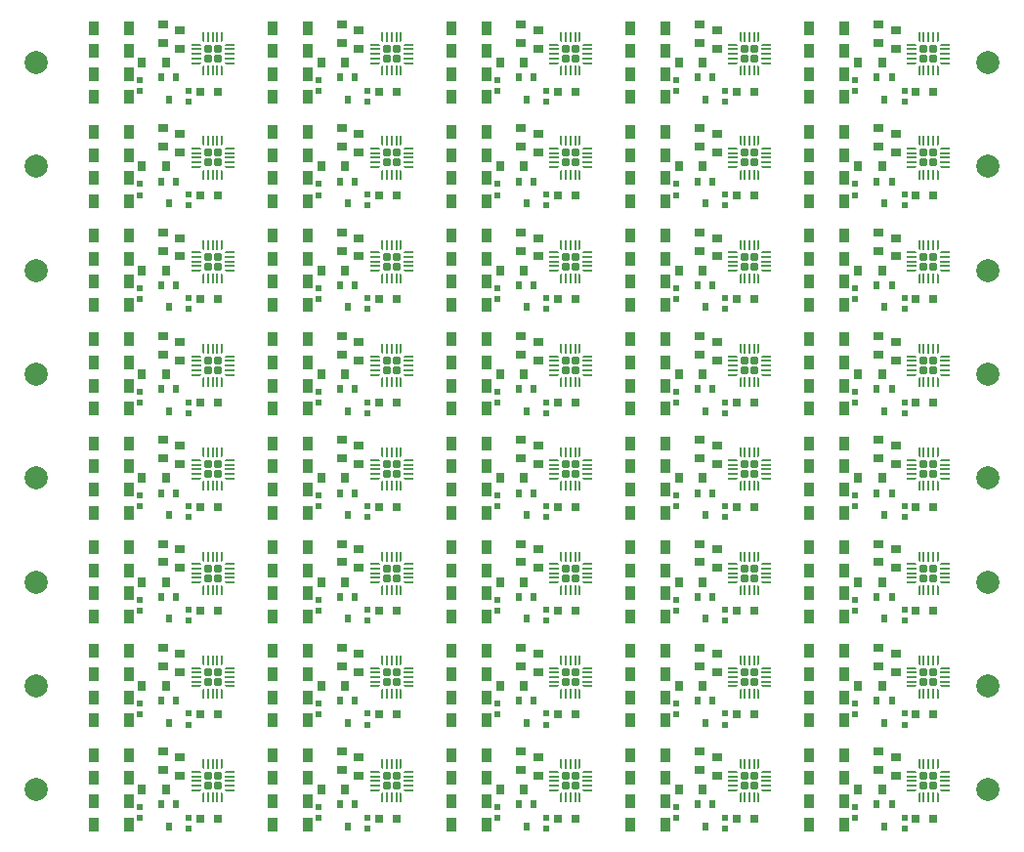
<source format=gbp>
G04 #@! TF.GenerationSoftware,KiCad,Pcbnew,(6.0.7)*
G04 #@! TF.CreationDate,2022-09-01T13:19:57+09:00*
G04 #@! TF.ProjectId,switchdecoder3,73776974-6368-4646-9563-6f646572332e,rev?*
G04 #@! TF.SameCoordinates,Original*
G04 #@! TF.FileFunction,Paste,Bot*
G04 #@! TF.FilePolarity,Positive*
%FSLAX46Y46*%
G04 Gerber Fmt 4.6, Leading zero omitted, Abs format (unit mm)*
G04 Created by KiCad (PCBNEW (6.0.7)) date 2022-09-01 13:19:57*
%MOMM*%
%LPD*%
G01*
G04 APERTURE LIST*
G04 Aperture macros list*
%AMRoundRect*
0 Rectangle with rounded corners*
0 $1 Rounding radius*
0 $2 $3 $4 $5 $6 $7 $8 $9 X,Y pos of 4 corners*
0 Add a 4 corners polygon primitive as box body*
4,1,4,$2,$3,$4,$5,$6,$7,$8,$9,$2,$3,0*
0 Add four circle primitives for the rounded corners*
1,1,$1+$1,$2,$3*
1,1,$1+$1,$4,$5*
1,1,$1+$1,$6,$7*
1,1,$1+$1,$8,$9*
0 Add four rect primitives between the rounded corners*
20,1,$1+$1,$2,$3,$4,$5,0*
20,1,$1+$1,$4,$5,$6,$7,0*
20,1,$1+$1,$6,$7,$8,$9,0*
20,1,$1+$1,$8,$9,$2,$3,0*%
%AMFreePoly0*
4,1,14,0.385355,0.085355,0.400000,0.050000,0.400000,0.000711,0.385355,-0.034644,0.334644,-0.085355,0.299289,-0.100000,-0.350000,-0.100000,-0.385355,-0.085355,-0.400000,-0.050000,-0.400000,0.050000,-0.385355,0.085355,-0.350000,0.100000,0.350000,0.100000,0.385355,0.085355,0.385355,0.085355,$1*%
%AMFreePoly1*
4,1,14,0.334644,0.085355,0.385355,0.034644,0.400000,-0.000711,0.400000,-0.050000,0.385355,-0.085355,0.350000,-0.100000,-0.350000,-0.100000,-0.385355,-0.085355,-0.400000,-0.050000,-0.400000,0.050000,-0.385355,0.085355,-0.350000,0.100000,0.299289,0.100000,0.334644,0.085355,0.334644,0.085355,$1*%
%AMFreePoly2*
4,1,14,0.085355,0.385355,0.100000,0.350000,0.100000,-0.350000,0.085355,-0.385355,0.050000,-0.400000,0.000711,-0.400000,-0.034644,-0.385355,-0.085355,-0.334644,-0.100000,-0.299289,-0.100000,0.350000,-0.085355,0.385355,-0.050000,0.400000,0.050000,0.400000,0.085355,0.385355,0.085355,0.385355,$1*%
%AMFreePoly3*
4,1,14,0.085355,0.385355,0.100000,0.350000,0.100000,-0.299289,0.085355,-0.334644,0.034644,-0.385355,-0.000711,-0.400000,-0.050000,-0.400000,-0.085355,-0.385355,-0.100000,-0.350000,-0.100000,0.350000,-0.085355,0.385355,-0.050000,0.400000,0.050000,0.400000,0.085355,0.385355,0.085355,0.385355,$1*%
%AMFreePoly4*
4,1,14,0.385355,0.085355,0.400000,0.050000,0.400000,-0.050000,0.385355,-0.085355,0.350000,-0.100000,-0.350000,-0.100000,-0.385355,-0.085355,-0.400000,-0.050000,-0.400000,-0.000711,-0.385355,0.034644,-0.334644,0.085355,-0.299289,0.100000,0.350000,0.100000,0.385355,0.085355,0.385355,0.085355,$1*%
%AMFreePoly5*
4,1,14,0.385355,0.085355,0.400000,0.050000,0.400000,-0.050000,0.385355,-0.085355,0.350000,-0.100000,-0.299289,-0.100000,-0.334644,-0.085355,-0.385355,-0.034644,-0.400000,0.000711,-0.400000,0.050000,-0.385355,0.085355,-0.350000,0.100000,0.350000,0.100000,0.385355,0.085355,0.385355,0.085355,$1*%
%AMFreePoly6*
4,1,14,0.034644,0.385355,0.085355,0.334644,0.100000,0.299289,0.100000,-0.350000,0.085355,-0.385355,0.050000,-0.400000,-0.050000,-0.400000,-0.085355,-0.385355,-0.100000,-0.350000,-0.100000,0.350000,-0.085355,0.385355,-0.050000,0.400000,-0.000711,0.400000,0.034644,0.385355,0.034644,0.385355,$1*%
%AMFreePoly7*
4,1,14,0.085355,0.385355,0.100000,0.350000,0.100000,-0.350000,0.085355,-0.385355,0.050000,-0.400000,-0.050000,-0.400000,-0.085355,-0.385355,-0.100000,-0.350000,-0.100000,0.299289,-0.085355,0.334644,-0.034644,0.385355,0.000711,0.400000,0.050000,0.400000,0.085355,0.385355,0.085355,0.385355,$1*%
G04 Aperture macros list end*
%ADD10C,2.000000*%
%ADD11RoundRect,0.172500X0.172500X-0.172500X0.172500X0.172500X-0.172500X0.172500X-0.172500X-0.172500X0*%
%ADD12FreePoly0,90.000000*%
%ADD13RoundRect,0.050000X0.050000X-0.350000X0.050000X0.350000X-0.050000X0.350000X-0.050000X-0.350000X0*%
%ADD14FreePoly1,90.000000*%
%ADD15FreePoly2,90.000000*%
%ADD16RoundRect,0.050000X0.350000X-0.050000X0.350000X0.050000X-0.350000X0.050000X-0.350000X-0.050000X0*%
%ADD17FreePoly3,90.000000*%
%ADD18FreePoly4,90.000000*%
%ADD19FreePoly5,90.000000*%
%ADD20FreePoly6,90.000000*%
%ADD21FreePoly7,90.000000*%
%ADD22R,0.500000X0.550000*%
%ADD23R,0.900000X0.700000*%
%ADD24R,0.800000X0.900000*%
%ADD25R,0.850000X1.200000*%
%ADD26R,0.800000X0.800000*%
%ADD27R,0.500000X0.800000*%
G04 APERTURE END LIST*
D10*
X85000000Y13500000D03*
X85000000Y13500000D03*
X85000000Y67500000D03*
X85000000Y67500000D03*
X85000000Y22500000D03*
X85000000Y22500000D03*
X2500000Y49500000D03*
X2500000Y58500000D03*
X2500000Y58500000D03*
X85000000Y31500000D03*
X85000000Y31500000D03*
X85000000Y4500000D03*
X85000000Y4500000D03*
X2500000Y13500000D03*
X85000000Y58500000D03*
X85000000Y58500000D03*
X2500000Y22500000D03*
X85000000Y40500000D03*
X85000000Y40500000D03*
X2500000Y4500000D03*
X2500000Y67500000D03*
X2500000Y67500000D03*
X2500000Y31500000D03*
X2500000Y40500000D03*
X85000000Y49500000D03*
X85000000Y49500000D03*
D11*
X80250000Y22825000D03*
X80250000Y23675000D03*
X79400000Y23675000D03*
X79400000Y22825000D03*
D12*
X80625000Y21800000D03*
D13*
X80225000Y21800000D03*
X79825000Y21800000D03*
X79425000Y21800000D03*
D14*
X79025000Y21800000D03*
D15*
X78375000Y22450000D03*
D16*
X78375000Y22850000D03*
X78375000Y23250000D03*
X78375000Y23650000D03*
D17*
X78375000Y24050000D03*
D18*
X79025000Y24700000D03*
D13*
X79425000Y24700000D03*
X79825000Y24700000D03*
X80225000Y24700000D03*
D19*
X80625000Y24700000D03*
D20*
X81275000Y24050000D03*
D16*
X81275000Y23650000D03*
X81275000Y23250000D03*
X81275000Y22850000D03*
D21*
X81275000Y22450000D03*
D22*
X11500000Y65025000D03*
X11500000Y65975000D03*
D23*
X77000000Y70300000D03*
X77000000Y68700000D03*
X44500000Y61800000D03*
X44500000Y60200000D03*
D22*
X42500000Y2025000D03*
X42500000Y2975000D03*
D24*
X44800000Y49500000D03*
X42700000Y49500000D03*
D22*
X11500000Y38025000D03*
X11500000Y38975000D03*
D25*
X53975000Y12500000D03*
X57025000Y12500000D03*
D22*
X15750000Y29075000D03*
X15750000Y28125000D03*
D26*
X16725000Y38000000D03*
X18275000Y38000000D03*
D25*
X57025000Y70500000D03*
X53975000Y70500000D03*
X10525000Y34500000D03*
X7475000Y34500000D03*
D11*
X64750000Y40825000D03*
X64750000Y41675000D03*
X63900000Y40825000D03*
X63900000Y41675000D03*
D12*
X65125000Y39800000D03*
D13*
X64725000Y39800000D03*
X64325000Y39800000D03*
X63925000Y39800000D03*
D14*
X63525000Y39800000D03*
D15*
X62875000Y40450000D03*
D16*
X62875000Y40850000D03*
X62875000Y41250000D03*
X62875000Y41650000D03*
D17*
X62875000Y42050000D03*
D18*
X63525000Y42700000D03*
D13*
X63925000Y42700000D03*
X64325000Y42700000D03*
X64725000Y42700000D03*
D19*
X65125000Y42700000D03*
D20*
X65775000Y42050000D03*
D16*
X65775000Y41650000D03*
X65775000Y41250000D03*
X65775000Y40850000D03*
D21*
X65775000Y40450000D03*
D25*
X38475000Y21500000D03*
X41525000Y21500000D03*
D23*
X46000000Y70300000D03*
X46000000Y68700000D03*
D11*
X18250000Y68675000D03*
X17400000Y67825000D03*
X17400000Y68675000D03*
X18250000Y67825000D03*
D12*
X18625000Y66800000D03*
D13*
X18225000Y66800000D03*
X17825000Y66800000D03*
X17425000Y66800000D03*
D14*
X17025000Y66800000D03*
D15*
X16375000Y67450000D03*
D16*
X16375000Y67850000D03*
X16375000Y68250000D03*
X16375000Y68650000D03*
D17*
X16375000Y69050000D03*
D18*
X17025000Y69700000D03*
D13*
X17425000Y69700000D03*
X17825000Y69700000D03*
X18225000Y69700000D03*
D19*
X18625000Y69700000D03*
D20*
X19275000Y69050000D03*
D16*
X19275000Y68650000D03*
X19275000Y68250000D03*
X19275000Y67850000D03*
D21*
X19275000Y67450000D03*
D23*
X30500000Y43300000D03*
X30500000Y41700000D03*
D22*
X73500000Y2025000D03*
X73500000Y2975000D03*
D25*
X57025000Y37500000D03*
X53975000Y37500000D03*
X41525000Y28500000D03*
X38475000Y28500000D03*
X22975000Y30500000D03*
X26025000Y30500000D03*
D22*
X46750000Y20075000D03*
X46750000Y19125000D03*
D25*
X7475000Y41500000D03*
X10525000Y41500000D03*
D24*
X75800000Y4500000D03*
X73700000Y4500000D03*
D27*
X13350000Y57200000D03*
X14650000Y57200000D03*
X14000000Y55300000D03*
D11*
X49250000Y40825000D03*
X48400000Y40825000D03*
X49250000Y41675000D03*
X48400000Y41675000D03*
D12*
X49625000Y39800000D03*
D13*
X49225000Y39800000D03*
X48825000Y39800000D03*
X48425000Y39800000D03*
D14*
X48025000Y39800000D03*
D15*
X47375000Y40450000D03*
D16*
X47375000Y40850000D03*
X47375000Y41250000D03*
X47375000Y41650000D03*
D17*
X47375000Y42050000D03*
D18*
X48025000Y42700000D03*
D13*
X48425000Y42700000D03*
X48825000Y42700000D03*
X49225000Y42700000D03*
D19*
X49625000Y42700000D03*
D20*
X50275000Y42050000D03*
D16*
X50275000Y41650000D03*
X50275000Y41250000D03*
X50275000Y40850000D03*
D21*
X50275000Y40450000D03*
D27*
X75350000Y12200000D03*
X76650000Y12200000D03*
X76000000Y10300000D03*
D22*
X62250000Y20075000D03*
X62250000Y19125000D03*
D26*
X16725000Y11000000D03*
X18275000Y11000000D03*
D25*
X69475000Y30500000D03*
X72525000Y30500000D03*
D22*
X77750000Y20075000D03*
X77750000Y19125000D03*
X58000000Y20025000D03*
X58000000Y20975000D03*
D26*
X32225000Y38000000D03*
X33775000Y38000000D03*
D23*
X77000000Y61300000D03*
X77000000Y59700000D03*
D25*
X72525000Y1500000D03*
X69475000Y1500000D03*
X26025000Y1500000D03*
X22975000Y1500000D03*
D11*
X18250000Y32675000D03*
X17400000Y32675000D03*
X18250000Y31825000D03*
X17400000Y31825000D03*
D12*
X18625000Y30800000D03*
D13*
X18225000Y30800000D03*
X17825000Y30800000D03*
X17425000Y30800000D03*
D14*
X17025000Y30800000D03*
D15*
X16375000Y31450000D03*
D16*
X16375000Y31850000D03*
X16375000Y32250000D03*
X16375000Y32650000D03*
D17*
X16375000Y33050000D03*
D18*
X17025000Y33700000D03*
D13*
X17425000Y33700000D03*
X17825000Y33700000D03*
X18225000Y33700000D03*
D19*
X18625000Y33700000D03*
D20*
X19275000Y33050000D03*
D16*
X19275000Y32650000D03*
X19275000Y32250000D03*
X19275000Y31850000D03*
D21*
X19275000Y31450000D03*
D25*
X57025000Y61500000D03*
X53975000Y61500000D03*
D24*
X60300000Y40500000D03*
X58200000Y40500000D03*
D25*
X38475000Y66500000D03*
X41525000Y66500000D03*
D23*
X44500000Y25800000D03*
X44500000Y24200000D03*
D25*
X69475000Y66500000D03*
X72525000Y66500000D03*
D23*
X15000000Y61300000D03*
X15000000Y59700000D03*
D26*
X32225000Y20000000D03*
X33775000Y20000000D03*
D22*
X15750000Y2075000D03*
X15750000Y1125000D03*
D26*
X63225000Y2000000D03*
X64775000Y2000000D03*
D25*
X26025000Y61500000D03*
X22975000Y61500000D03*
X38475000Y12500000D03*
X41525000Y12500000D03*
D26*
X47725000Y11000000D03*
X49275000Y11000000D03*
D22*
X11500000Y2025000D03*
X11500000Y2975000D03*
D26*
X47725000Y38000000D03*
X49275000Y38000000D03*
D24*
X29300000Y13500000D03*
X27200000Y13500000D03*
D22*
X46750000Y29075000D03*
X46750000Y28125000D03*
D25*
X26025000Y10500000D03*
X22975000Y10500000D03*
D23*
X13500000Y7800000D03*
X13500000Y6200000D03*
X30500000Y52300000D03*
X30500000Y50700000D03*
D22*
X58000000Y29025000D03*
X58000000Y29975000D03*
X31250000Y47075000D03*
X31250000Y46125000D03*
D24*
X44800000Y67500000D03*
X42700000Y67500000D03*
D23*
X46000000Y7300000D03*
X46000000Y5700000D03*
X13500000Y61800000D03*
X13500000Y60200000D03*
D11*
X79400000Y40825000D03*
X79400000Y41675000D03*
X80250000Y40825000D03*
X80250000Y41675000D03*
D12*
X80625000Y39800000D03*
D13*
X80225000Y39800000D03*
X79825000Y39800000D03*
X79425000Y39800000D03*
D14*
X79025000Y39800000D03*
D15*
X78375000Y40450000D03*
D16*
X78375000Y40850000D03*
X78375000Y41250000D03*
X78375000Y41650000D03*
D17*
X78375000Y42050000D03*
D18*
X79025000Y42700000D03*
D13*
X79425000Y42700000D03*
X79825000Y42700000D03*
X80225000Y42700000D03*
D19*
X80625000Y42700000D03*
D20*
X81275000Y42050000D03*
D16*
X81275000Y41650000D03*
X81275000Y41250000D03*
X81275000Y40850000D03*
D21*
X81275000Y40450000D03*
D11*
X80250000Y49825000D03*
X80250000Y50675000D03*
X79400000Y49825000D03*
X79400000Y50675000D03*
D12*
X80625000Y48800000D03*
D13*
X80225000Y48800000D03*
X79825000Y48800000D03*
X79425000Y48800000D03*
D14*
X79025000Y48800000D03*
D15*
X78375000Y49450000D03*
D16*
X78375000Y49850000D03*
X78375000Y50250000D03*
X78375000Y50650000D03*
D17*
X78375000Y51050000D03*
D18*
X79025000Y51700000D03*
D13*
X79425000Y51700000D03*
X79825000Y51700000D03*
X80225000Y51700000D03*
D19*
X80625000Y51700000D03*
D20*
X81275000Y51050000D03*
D16*
X81275000Y50650000D03*
X81275000Y50250000D03*
X81275000Y49850000D03*
D21*
X81275000Y49450000D03*
D23*
X60000000Y7800000D03*
X60000000Y6200000D03*
D22*
X46750000Y38075000D03*
X46750000Y37125000D03*
D25*
X57025000Y1500000D03*
X53975000Y1500000D03*
D23*
X75500000Y25800000D03*
X75500000Y24200000D03*
X29000000Y7800000D03*
X29000000Y6200000D03*
D24*
X60300000Y67500000D03*
X58200000Y67500000D03*
D25*
X26025000Y64500000D03*
X22975000Y64500000D03*
X41525000Y10500000D03*
X38475000Y10500000D03*
D24*
X29300000Y40500000D03*
X27200000Y40500000D03*
D27*
X75350000Y21200000D03*
X76650000Y21200000D03*
X76000000Y19300000D03*
D11*
X79400000Y32675000D03*
X79400000Y31825000D03*
X80250000Y31825000D03*
X80250000Y32675000D03*
D12*
X80625000Y30800000D03*
D13*
X80225000Y30800000D03*
X79825000Y30800000D03*
X79425000Y30800000D03*
D14*
X79025000Y30800000D03*
D15*
X78375000Y31450000D03*
D16*
X78375000Y31850000D03*
X78375000Y32250000D03*
X78375000Y32650000D03*
D17*
X78375000Y33050000D03*
D18*
X79025000Y33700000D03*
D13*
X79425000Y33700000D03*
X79825000Y33700000D03*
X80225000Y33700000D03*
D19*
X80625000Y33700000D03*
D20*
X81275000Y33050000D03*
D16*
X81275000Y32650000D03*
X81275000Y32250000D03*
X81275000Y31850000D03*
D21*
X81275000Y31450000D03*
D26*
X32225000Y65000000D03*
X33775000Y65000000D03*
D22*
X11500000Y29025000D03*
X11500000Y29975000D03*
D25*
X22975000Y32500000D03*
X26025000Y32500000D03*
D26*
X78725000Y56000000D03*
X80275000Y56000000D03*
D24*
X60300000Y22500000D03*
X58200000Y22500000D03*
X44800000Y58500000D03*
X42700000Y58500000D03*
D11*
X32900000Y50675000D03*
X33750000Y50675000D03*
X33750000Y49825000D03*
X32900000Y49825000D03*
D12*
X34125000Y48800000D03*
D13*
X33725000Y48800000D03*
X33325000Y48800000D03*
X32925000Y48800000D03*
D14*
X32525000Y48800000D03*
D15*
X31875000Y49450000D03*
D16*
X31875000Y49850000D03*
X31875000Y50250000D03*
X31875000Y50650000D03*
D17*
X31875000Y51050000D03*
D18*
X32525000Y51700000D03*
D13*
X32925000Y51700000D03*
X33325000Y51700000D03*
X33725000Y51700000D03*
D19*
X34125000Y51700000D03*
D20*
X34775000Y51050000D03*
D16*
X34775000Y50650000D03*
X34775000Y50250000D03*
X34775000Y49850000D03*
D21*
X34775000Y49450000D03*
D25*
X10525000Y28500000D03*
X7475000Y28500000D03*
D23*
X61500000Y43300000D03*
X61500000Y41700000D03*
D25*
X22975000Y5500000D03*
X26025000Y5500000D03*
X72525000Y34500000D03*
X69475000Y34500000D03*
X69475000Y12500000D03*
X72525000Y12500000D03*
X72525000Y10500000D03*
X69475000Y10500000D03*
X7475000Y30500000D03*
X10525000Y30500000D03*
D24*
X60300000Y13500000D03*
X58200000Y13500000D03*
D25*
X7475000Y66500000D03*
X10525000Y66500000D03*
D26*
X78725000Y65000000D03*
X80275000Y65000000D03*
D27*
X28850000Y48200000D03*
X30150000Y48200000D03*
X29500000Y46300000D03*
D24*
X44800000Y31500000D03*
X42700000Y31500000D03*
D25*
X7475000Y14500000D03*
X10525000Y14500000D03*
D23*
X29000000Y61800000D03*
X29000000Y60200000D03*
X75500000Y43800000D03*
X75500000Y42200000D03*
D27*
X59850000Y3200000D03*
X61150000Y3200000D03*
X60500000Y1300000D03*
D25*
X10525000Y64500000D03*
X7475000Y64500000D03*
D23*
X75500000Y61800000D03*
X75500000Y60200000D03*
X29000000Y25800000D03*
X29000000Y24200000D03*
D25*
X7475000Y21500000D03*
X10525000Y21500000D03*
D26*
X63225000Y65000000D03*
X64775000Y65000000D03*
D11*
X63900000Y32675000D03*
X63900000Y31825000D03*
X64750000Y32675000D03*
X64750000Y31825000D03*
D12*
X65125000Y30800000D03*
D13*
X64725000Y30800000D03*
X64325000Y30800000D03*
X63925000Y30800000D03*
D14*
X63525000Y30800000D03*
D15*
X62875000Y31450000D03*
D16*
X62875000Y31850000D03*
X62875000Y32250000D03*
X62875000Y32650000D03*
D17*
X62875000Y33050000D03*
D18*
X63525000Y33700000D03*
D13*
X63925000Y33700000D03*
X64325000Y33700000D03*
X64725000Y33700000D03*
D19*
X65125000Y33700000D03*
D20*
X65775000Y33050000D03*
D16*
X65775000Y32650000D03*
X65775000Y32250000D03*
X65775000Y31850000D03*
D21*
X65775000Y31450000D03*
D25*
X26025000Y19500000D03*
X22975000Y19500000D03*
D11*
X49250000Y5675000D03*
X49250000Y4825000D03*
X48400000Y4825000D03*
X48400000Y5675000D03*
D12*
X49625000Y3800000D03*
D13*
X49225000Y3800000D03*
X48825000Y3800000D03*
X48425000Y3800000D03*
D14*
X48025000Y3800000D03*
D15*
X47375000Y4450000D03*
D16*
X47375000Y4850000D03*
X47375000Y5250000D03*
X47375000Y5650000D03*
D17*
X47375000Y6050000D03*
D18*
X48025000Y6700000D03*
D13*
X48425000Y6700000D03*
X48825000Y6700000D03*
X49225000Y6700000D03*
D19*
X49625000Y6700000D03*
D20*
X50275000Y6050000D03*
D16*
X50275000Y5650000D03*
X50275000Y5250000D03*
X50275000Y4850000D03*
D21*
X50275000Y4450000D03*
D23*
X30500000Y7300000D03*
X30500000Y5700000D03*
D25*
X10525000Y52500000D03*
X7475000Y52500000D03*
D11*
X33750000Y14675000D03*
X32900000Y14675000D03*
X33750000Y13825000D03*
X32900000Y13825000D03*
D12*
X34125000Y12800000D03*
D13*
X33725000Y12800000D03*
X33325000Y12800000D03*
X32925000Y12800000D03*
D14*
X32525000Y12800000D03*
D15*
X31875000Y13450000D03*
D16*
X31875000Y13850000D03*
X31875000Y14250000D03*
X31875000Y14650000D03*
D17*
X31875000Y15050000D03*
D18*
X32525000Y15700000D03*
D13*
X32925000Y15700000D03*
X33325000Y15700000D03*
X33725000Y15700000D03*
D19*
X34125000Y15700000D03*
D20*
X34775000Y15050000D03*
D16*
X34775000Y14650000D03*
X34775000Y14250000D03*
X34775000Y13850000D03*
D21*
X34775000Y13450000D03*
D23*
X75500000Y16800000D03*
X75500000Y15200000D03*
D27*
X44350000Y48200000D03*
X45650000Y48200000D03*
X45000000Y46300000D03*
D22*
X27000000Y29025000D03*
X27000000Y29975000D03*
D11*
X18250000Y4825000D03*
X17400000Y5675000D03*
X18250000Y5675000D03*
X17400000Y4825000D03*
D12*
X18625000Y3800000D03*
D13*
X18225000Y3800000D03*
X17825000Y3800000D03*
X17425000Y3800000D03*
D14*
X17025000Y3800000D03*
D15*
X16375000Y4450000D03*
D16*
X16375000Y4850000D03*
X16375000Y5250000D03*
X16375000Y5650000D03*
D17*
X16375000Y6050000D03*
D18*
X17025000Y6700000D03*
D13*
X17425000Y6700000D03*
X17825000Y6700000D03*
X18225000Y6700000D03*
D19*
X18625000Y6700000D03*
D20*
X19275000Y6050000D03*
D16*
X19275000Y5650000D03*
X19275000Y5250000D03*
X19275000Y4850000D03*
D21*
X19275000Y4450000D03*
D23*
X61500000Y25300000D03*
X61500000Y23700000D03*
D27*
X13350000Y12200000D03*
X14650000Y12200000D03*
X14000000Y10300000D03*
D11*
X17400000Y41675000D03*
X18250000Y40825000D03*
X18250000Y41675000D03*
X17400000Y40825000D03*
D12*
X18625000Y39800000D03*
D13*
X18225000Y39800000D03*
X17825000Y39800000D03*
X17425000Y39800000D03*
D14*
X17025000Y39800000D03*
D15*
X16375000Y40450000D03*
D16*
X16375000Y40850000D03*
X16375000Y41250000D03*
X16375000Y41650000D03*
D17*
X16375000Y42050000D03*
D18*
X17025000Y42700000D03*
D13*
X17425000Y42700000D03*
X17825000Y42700000D03*
X18225000Y42700000D03*
D19*
X18625000Y42700000D03*
D20*
X19275000Y42050000D03*
D16*
X19275000Y41650000D03*
X19275000Y41250000D03*
X19275000Y40850000D03*
D21*
X19275000Y40450000D03*
D24*
X29300000Y58500000D03*
X27200000Y58500000D03*
D25*
X22975000Y14500000D03*
X26025000Y14500000D03*
D26*
X47725000Y29000000D03*
X49275000Y29000000D03*
D23*
X13500000Y25800000D03*
X13500000Y24200000D03*
X60000000Y25800000D03*
X60000000Y24200000D03*
D25*
X72525000Y43500000D03*
X69475000Y43500000D03*
D23*
X61500000Y70300000D03*
X61500000Y68700000D03*
D26*
X16725000Y20000000D03*
X18275000Y20000000D03*
D23*
X13500000Y16800000D03*
X13500000Y15200000D03*
D25*
X53975000Y3500000D03*
X57025000Y3500000D03*
D24*
X13800000Y31500000D03*
X11700000Y31500000D03*
D23*
X15000000Y7300000D03*
X15000000Y5700000D03*
X29000000Y43800000D03*
X29000000Y42200000D03*
X29000000Y34800000D03*
X29000000Y33200000D03*
X13500000Y43800000D03*
X13500000Y42200000D03*
X29000000Y52800000D03*
X29000000Y51200000D03*
D25*
X22975000Y41500000D03*
X26025000Y41500000D03*
X57025000Y19500000D03*
X53975000Y19500000D03*
D26*
X63225000Y20000000D03*
X64775000Y20000000D03*
D25*
X38475000Y50500000D03*
X41525000Y50500000D03*
D26*
X16725000Y2000000D03*
X18275000Y2000000D03*
D25*
X72525000Y37500000D03*
X69475000Y37500000D03*
D24*
X13800000Y49500000D03*
X11700000Y49500000D03*
D23*
X77000000Y25300000D03*
X77000000Y23700000D03*
D25*
X22975000Y68500000D03*
X26025000Y68500000D03*
D27*
X13350000Y66200000D03*
X14650000Y66200000D03*
X14000000Y64300000D03*
D22*
X42500000Y11025000D03*
X42500000Y11975000D03*
D11*
X63900000Y23675000D03*
X64750000Y23675000D03*
X63900000Y22825000D03*
X64750000Y22825000D03*
D12*
X65125000Y21800000D03*
D13*
X64725000Y21800000D03*
X64325000Y21800000D03*
X63925000Y21800000D03*
D14*
X63525000Y21800000D03*
D15*
X62875000Y22450000D03*
D16*
X62875000Y22850000D03*
X62875000Y23250000D03*
X62875000Y23650000D03*
D17*
X62875000Y24050000D03*
D18*
X63525000Y24700000D03*
D13*
X63925000Y24700000D03*
X64325000Y24700000D03*
X64725000Y24700000D03*
D19*
X65125000Y24700000D03*
D20*
X65775000Y24050000D03*
D16*
X65775000Y23650000D03*
X65775000Y23250000D03*
X65775000Y22850000D03*
D21*
X65775000Y22450000D03*
D25*
X7475000Y39500000D03*
X10525000Y39500000D03*
D22*
X11500000Y11025000D03*
X11500000Y11975000D03*
D25*
X69475000Y68500000D03*
X72525000Y68500000D03*
D27*
X28850000Y66200000D03*
X30150000Y66200000D03*
X29500000Y64300000D03*
D23*
X44500000Y43800000D03*
X44500000Y42200000D03*
D25*
X38475000Y30500000D03*
X41525000Y30500000D03*
X57025000Y64500000D03*
X53975000Y64500000D03*
X26025000Y52500000D03*
X22975000Y52500000D03*
X22975000Y23500000D03*
X26025000Y23500000D03*
D22*
X15750000Y20075000D03*
X15750000Y19125000D03*
X58000000Y11025000D03*
X58000000Y11975000D03*
D25*
X53975000Y59500000D03*
X57025000Y59500000D03*
X53975000Y66500000D03*
X57025000Y66500000D03*
X26025000Y7500000D03*
X22975000Y7500000D03*
D23*
X15000000Y34300000D03*
X15000000Y32700000D03*
X77000000Y34300000D03*
X77000000Y32700000D03*
D25*
X7475000Y12500000D03*
X10525000Y12500000D03*
D24*
X60300000Y58500000D03*
X58200000Y58500000D03*
D26*
X47725000Y56000000D03*
X49275000Y56000000D03*
D25*
X69475000Y21500000D03*
X72525000Y21500000D03*
X72525000Y61500000D03*
X69475000Y61500000D03*
X41525000Y64500000D03*
X38475000Y64500000D03*
D22*
X46750000Y65075000D03*
X46750000Y64125000D03*
D23*
X60000000Y16800000D03*
X60000000Y15200000D03*
D27*
X44350000Y21200000D03*
X45650000Y21200000D03*
X45000000Y19300000D03*
X75350000Y39200000D03*
X76650000Y39200000D03*
X76000000Y37300000D03*
D23*
X13500000Y52800000D03*
X13500000Y51200000D03*
D22*
X31250000Y65075000D03*
X31250000Y64125000D03*
D11*
X48400000Y23675000D03*
X48400000Y22825000D03*
X49250000Y23675000D03*
X49250000Y22825000D03*
D12*
X49625000Y21800000D03*
D13*
X49225000Y21800000D03*
X48825000Y21800000D03*
X48425000Y21800000D03*
D14*
X48025000Y21800000D03*
D15*
X47375000Y22450000D03*
D16*
X47375000Y22850000D03*
X47375000Y23250000D03*
X47375000Y23650000D03*
D17*
X47375000Y24050000D03*
D18*
X48025000Y24700000D03*
D13*
X48425000Y24700000D03*
X48825000Y24700000D03*
X49225000Y24700000D03*
D19*
X49625000Y24700000D03*
D20*
X50275000Y24050000D03*
D16*
X50275000Y23650000D03*
X50275000Y23250000D03*
X50275000Y22850000D03*
D21*
X50275000Y22450000D03*
D23*
X75500000Y34800000D03*
X75500000Y33200000D03*
D25*
X7475000Y3500000D03*
X10525000Y3500000D03*
D27*
X59850000Y12200000D03*
X61150000Y12200000D03*
X60500000Y10300000D03*
D22*
X46750000Y56075000D03*
X46750000Y55125000D03*
X58000000Y47025000D03*
X58000000Y47975000D03*
X42500000Y56025000D03*
X42500000Y56975000D03*
D25*
X72525000Y46500000D03*
X69475000Y46500000D03*
D24*
X60300000Y4500000D03*
X58200000Y4500000D03*
D22*
X77750000Y47075000D03*
X77750000Y46125000D03*
X46750000Y2075000D03*
X46750000Y1125000D03*
D26*
X63225000Y56000000D03*
X64775000Y56000000D03*
D27*
X75350000Y66200000D03*
X76650000Y66200000D03*
X76000000Y64300000D03*
X75350000Y3200000D03*
X76650000Y3200000D03*
X76000000Y1300000D03*
D22*
X27000000Y56025000D03*
X27000000Y56975000D03*
D23*
X75500000Y70800000D03*
X75500000Y69200000D03*
D26*
X63225000Y29000000D03*
X64775000Y29000000D03*
D11*
X79400000Y59675000D03*
X80250000Y59675000D03*
X80250000Y58825000D03*
X79400000Y58825000D03*
D12*
X80625000Y57800000D03*
D13*
X80225000Y57800000D03*
X79825000Y57800000D03*
X79425000Y57800000D03*
D14*
X79025000Y57800000D03*
D15*
X78375000Y58450000D03*
D16*
X78375000Y58850000D03*
X78375000Y59250000D03*
X78375000Y59650000D03*
D17*
X78375000Y60050000D03*
D18*
X79025000Y60700000D03*
D13*
X79425000Y60700000D03*
X79825000Y60700000D03*
X80225000Y60700000D03*
D19*
X80625000Y60700000D03*
D20*
X81275000Y60050000D03*
D16*
X81275000Y59650000D03*
X81275000Y59250000D03*
X81275000Y58850000D03*
D21*
X81275000Y58450000D03*
D25*
X22975000Y66500000D03*
X26025000Y66500000D03*
D24*
X75800000Y58500000D03*
X73700000Y58500000D03*
D11*
X49250000Y13825000D03*
X48400000Y14675000D03*
X49250000Y14675000D03*
X48400000Y13825000D03*
D12*
X49625000Y12800000D03*
D13*
X49225000Y12800000D03*
X48825000Y12800000D03*
X48425000Y12800000D03*
D14*
X48025000Y12800000D03*
D15*
X47375000Y13450000D03*
D16*
X47375000Y13850000D03*
X47375000Y14250000D03*
X47375000Y14650000D03*
D17*
X47375000Y15050000D03*
D18*
X48025000Y15700000D03*
D13*
X48425000Y15700000D03*
X48825000Y15700000D03*
X49225000Y15700000D03*
D19*
X49625000Y15700000D03*
D20*
X50275000Y15050000D03*
D16*
X50275000Y14650000D03*
X50275000Y14250000D03*
X50275000Y13850000D03*
D21*
X50275000Y13450000D03*
D25*
X57025000Y10500000D03*
X53975000Y10500000D03*
X38475000Y59500000D03*
X41525000Y59500000D03*
D22*
X62250000Y65075000D03*
X62250000Y64125000D03*
D23*
X30500000Y25300000D03*
X30500000Y23700000D03*
D27*
X13350000Y30200000D03*
X14650000Y30200000D03*
X14000000Y28300000D03*
D25*
X7475000Y23500000D03*
X10525000Y23500000D03*
X57025000Y7500000D03*
X53975000Y7500000D03*
X41525000Y25500000D03*
X38475000Y25500000D03*
X69475000Y59500000D03*
X72525000Y59500000D03*
X53975000Y5500000D03*
X57025000Y5500000D03*
D26*
X32225000Y56000000D03*
X33775000Y56000000D03*
D25*
X69475000Y41500000D03*
X72525000Y41500000D03*
X53975000Y39500000D03*
X57025000Y39500000D03*
X72525000Y52500000D03*
X69475000Y52500000D03*
D23*
X60000000Y61800000D03*
X60000000Y60200000D03*
D25*
X26025000Y43500000D03*
X22975000Y43500000D03*
X10525000Y55500000D03*
X7475000Y55500000D03*
X22975000Y12500000D03*
X26025000Y12500000D03*
X41525000Y43500000D03*
X38475000Y43500000D03*
D22*
X73500000Y65025000D03*
X73500000Y65975000D03*
D23*
X15000000Y25300000D03*
X15000000Y23700000D03*
D22*
X58000000Y65025000D03*
X58000000Y65975000D03*
D24*
X29300000Y49500000D03*
X27200000Y49500000D03*
D22*
X31250000Y56075000D03*
X31250000Y55125000D03*
X58000000Y38025000D03*
X58000000Y38975000D03*
D11*
X33750000Y5675000D03*
X32900000Y5675000D03*
X33750000Y4825000D03*
X32900000Y4825000D03*
D12*
X34125000Y3800000D03*
D13*
X33725000Y3800000D03*
X33325000Y3800000D03*
X32925000Y3800000D03*
D14*
X32525000Y3800000D03*
D15*
X31875000Y4450000D03*
D16*
X31875000Y4850000D03*
X31875000Y5250000D03*
X31875000Y5650000D03*
D17*
X31875000Y6050000D03*
D18*
X32525000Y6700000D03*
D13*
X32925000Y6700000D03*
X33325000Y6700000D03*
X33725000Y6700000D03*
D19*
X34125000Y6700000D03*
D20*
X34775000Y6050000D03*
D16*
X34775000Y5650000D03*
X34775000Y5250000D03*
X34775000Y4850000D03*
D21*
X34775000Y4450000D03*
D24*
X29300000Y22500000D03*
X27200000Y22500000D03*
D23*
X30500000Y16300000D03*
X30500000Y14700000D03*
D25*
X72525000Y70500000D03*
X69475000Y70500000D03*
X57025000Y55500000D03*
X53975000Y55500000D03*
D24*
X13800000Y13500000D03*
X11700000Y13500000D03*
D25*
X10525000Y46500000D03*
X7475000Y46500000D03*
D27*
X59850000Y48200000D03*
X61150000Y48200000D03*
X60500000Y46300000D03*
D23*
X77000000Y43300000D03*
X77000000Y41700000D03*
D25*
X69475000Y14500000D03*
X72525000Y14500000D03*
D23*
X30500000Y34300000D03*
X30500000Y32700000D03*
D27*
X28850000Y3200000D03*
X30150000Y3200000D03*
X29500000Y1300000D03*
D22*
X27000000Y11025000D03*
X27000000Y11975000D03*
D25*
X57025000Y52500000D03*
X53975000Y52500000D03*
D11*
X64750000Y4825000D03*
X63900000Y4825000D03*
X64750000Y5675000D03*
X63900000Y5675000D03*
D12*
X65125000Y3800000D03*
D13*
X64725000Y3800000D03*
X64325000Y3800000D03*
X63925000Y3800000D03*
D14*
X63525000Y3800000D03*
D15*
X62875000Y4450000D03*
D16*
X62875000Y4850000D03*
X62875000Y5250000D03*
X62875000Y5650000D03*
D17*
X62875000Y6050000D03*
D18*
X63525000Y6700000D03*
D13*
X63925000Y6700000D03*
X64325000Y6700000D03*
X64725000Y6700000D03*
D19*
X65125000Y6700000D03*
D20*
X65775000Y6050000D03*
D16*
X65775000Y5650000D03*
X65775000Y5250000D03*
X65775000Y4850000D03*
D21*
X65775000Y4450000D03*
D25*
X69475000Y57500000D03*
X72525000Y57500000D03*
X69475000Y3500000D03*
X72525000Y3500000D03*
D26*
X63225000Y47000000D03*
X64775000Y47000000D03*
D27*
X59850000Y21200000D03*
X61150000Y21200000D03*
X60500000Y19300000D03*
D22*
X62250000Y2075000D03*
X62250000Y1125000D03*
D24*
X13800000Y40500000D03*
X11700000Y40500000D03*
D25*
X69475000Y48500000D03*
X72525000Y48500000D03*
D23*
X44500000Y34800000D03*
X44500000Y33200000D03*
D25*
X41525000Y34500000D03*
X38475000Y34500000D03*
D22*
X62250000Y29075000D03*
X62250000Y28125000D03*
D23*
X46000000Y34300000D03*
X46000000Y32700000D03*
X44500000Y16800000D03*
X44500000Y15200000D03*
D24*
X13800000Y58500000D03*
X11700000Y58500000D03*
D25*
X38475000Y3500000D03*
X41525000Y3500000D03*
D23*
X46000000Y43300000D03*
X46000000Y41700000D03*
X46000000Y61300000D03*
X46000000Y59700000D03*
D11*
X17400000Y49825000D03*
X18250000Y50675000D03*
X17400000Y50675000D03*
X18250000Y49825000D03*
D12*
X18625000Y48800000D03*
D13*
X18225000Y48800000D03*
X17825000Y48800000D03*
X17425000Y48800000D03*
D14*
X17025000Y48800000D03*
D15*
X16375000Y49450000D03*
D16*
X16375000Y49850000D03*
X16375000Y50250000D03*
X16375000Y50650000D03*
D17*
X16375000Y51050000D03*
D18*
X17025000Y51700000D03*
D13*
X17425000Y51700000D03*
X17825000Y51700000D03*
X18225000Y51700000D03*
D19*
X18625000Y51700000D03*
D20*
X19275000Y51050000D03*
D16*
X19275000Y50650000D03*
X19275000Y50250000D03*
X19275000Y49850000D03*
D21*
X19275000Y49450000D03*
D27*
X59850000Y39200000D03*
X61150000Y39200000D03*
X60500000Y37300000D03*
D25*
X38475000Y23500000D03*
X41525000Y23500000D03*
X10525000Y43500000D03*
X7475000Y43500000D03*
D24*
X13800000Y67500000D03*
X11700000Y67500000D03*
D27*
X44350000Y66200000D03*
X45650000Y66200000D03*
X45000000Y64300000D03*
D11*
X49250000Y68675000D03*
X48400000Y67825000D03*
X48400000Y68675000D03*
X49250000Y67825000D03*
D12*
X49625000Y66800000D03*
D13*
X49225000Y66800000D03*
X48825000Y66800000D03*
X48425000Y66800000D03*
D14*
X48025000Y66800000D03*
D15*
X47375000Y67450000D03*
D16*
X47375000Y67850000D03*
X47375000Y68250000D03*
X47375000Y68650000D03*
D17*
X47375000Y69050000D03*
D18*
X48025000Y69700000D03*
D13*
X48425000Y69700000D03*
X48825000Y69700000D03*
X49225000Y69700000D03*
D19*
X49625000Y69700000D03*
D20*
X50275000Y69050000D03*
D16*
X50275000Y68650000D03*
X50275000Y68250000D03*
X50275000Y67850000D03*
D21*
X50275000Y67450000D03*
D22*
X46750000Y11075000D03*
X46750000Y10125000D03*
D27*
X75350000Y57200000D03*
X76650000Y57200000D03*
X76000000Y55300000D03*
D23*
X61500000Y7300000D03*
X61500000Y5700000D03*
D24*
X44800000Y13500000D03*
X42700000Y13500000D03*
D25*
X38475000Y41500000D03*
X41525000Y41500000D03*
D23*
X46000000Y16300000D03*
X46000000Y14700000D03*
D27*
X28850000Y39200000D03*
X30150000Y39200000D03*
X29500000Y37300000D03*
D25*
X72525000Y19500000D03*
X69475000Y19500000D03*
D11*
X48400000Y59675000D03*
X48400000Y58825000D03*
X49250000Y59675000D03*
X49250000Y58825000D03*
D12*
X49625000Y57800000D03*
D13*
X49225000Y57800000D03*
X48825000Y57800000D03*
X48425000Y57800000D03*
D14*
X48025000Y57800000D03*
D15*
X47375000Y58450000D03*
D16*
X47375000Y58850000D03*
X47375000Y59250000D03*
X47375000Y59650000D03*
D17*
X47375000Y60050000D03*
D18*
X48025000Y60700000D03*
D13*
X48425000Y60700000D03*
X48825000Y60700000D03*
X49225000Y60700000D03*
D19*
X49625000Y60700000D03*
D20*
X50275000Y60050000D03*
D16*
X50275000Y59650000D03*
X50275000Y59250000D03*
X50275000Y58850000D03*
D21*
X50275000Y58450000D03*
D22*
X27000000Y2025000D03*
X27000000Y2975000D03*
X31250000Y20075000D03*
X31250000Y19125000D03*
D23*
X29000000Y16800000D03*
X29000000Y15200000D03*
X13500000Y70800000D03*
X13500000Y69200000D03*
D22*
X15750000Y47075000D03*
X15750000Y46125000D03*
D25*
X72525000Y64500000D03*
X69475000Y64500000D03*
D11*
X18250000Y23675000D03*
X17400000Y22825000D03*
X18250000Y22825000D03*
X17400000Y23675000D03*
D12*
X18625000Y21800000D03*
D13*
X18225000Y21800000D03*
X17825000Y21800000D03*
X17425000Y21800000D03*
D14*
X17025000Y21800000D03*
D15*
X16375000Y22450000D03*
D16*
X16375000Y22850000D03*
X16375000Y23250000D03*
X16375000Y23650000D03*
D17*
X16375000Y24050000D03*
D18*
X17025000Y24700000D03*
D13*
X17425000Y24700000D03*
X17825000Y24700000D03*
X18225000Y24700000D03*
D19*
X18625000Y24700000D03*
D20*
X19275000Y24050000D03*
D16*
X19275000Y23650000D03*
X19275000Y23250000D03*
X19275000Y22850000D03*
D21*
X19275000Y22450000D03*
D22*
X77750000Y56075000D03*
X77750000Y55125000D03*
D25*
X10525000Y1500000D03*
X7475000Y1500000D03*
D22*
X27000000Y20025000D03*
X27000000Y20975000D03*
D25*
X26025000Y16500000D03*
X22975000Y16500000D03*
D27*
X13350000Y48200000D03*
X14650000Y48200000D03*
X14000000Y46300000D03*
D22*
X77750000Y65075000D03*
X77750000Y64125000D03*
D23*
X15000000Y16300000D03*
X15000000Y14700000D03*
X44500000Y70800000D03*
X44500000Y69200000D03*
D27*
X13350000Y3200000D03*
X14650000Y3200000D03*
X14000000Y1300000D03*
D25*
X72525000Y55500000D03*
X69475000Y55500000D03*
D11*
X32900000Y68675000D03*
X32900000Y67825000D03*
X33750000Y67825000D03*
X33750000Y68675000D03*
D12*
X34125000Y66800000D03*
D13*
X33725000Y66800000D03*
X33325000Y66800000D03*
X32925000Y66800000D03*
D14*
X32525000Y66800000D03*
D15*
X31875000Y67450000D03*
D16*
X31875000Y67850000D03*
X31875000Y68250000D03*
X31875000Y68650000D03*
D17*
X31875000Y69050000D03*
D18*
X32525000Y69700000D03*
D13*
X32925000Y69700000D03*
X33325000Y69700000D03*
X33725000Y69700000D03*
D19*
X34125000Y69700000D03*
D20*
X34775000Y69050000D03*
D16*
X34775000Y68650000D03*
X34775000Y68250000D03*
X34775000Y67850000D03*
D21*
X34775000Y67450000D03*
D24*
X44800000Y40500000D03*
X42700000Y40500000D03*
D22*
X62250000Y38075000D03*
X62250000Y37125000D03*
X73500000Y56025000D03*
X73500000Y56975000D03*
D23*
X15000000Y43300000D03*
X15000000Y41700000D03*
D25*
X38475000Y68500000D03*
X41525000Y68500000D03*
D22*
X62250000Y56075000D03*
X62250000Y55125000D03*
D23*
X77000000Y16300000D03*
X77000000Y14700000D03*
D25*
X41525000Y7500000D03*
X38475000Y7500000D03*
D27*
X13350000Y21200000D03*
X14650000Y21200000D03*
X14000000Y19300000D03*
D25*
X22975000Y48500000D03*
X26025000Y48500000D03*
D27*
X59850000Y66200000D03*
X61150000Y66200000D03*
X60500000Y64300000D03*
D11*
X63900000Y58825000D03*
X64750000Y59675000D03*
X63900000Y59675000D03*
X64750000Y58825000D03*
D12*
X65125000Y57800000D03*
D13*
X64725000Y57800000D03*
X64325000Y57800000D03*
X63925000Y57800000D03*
D14*
X63525000Y57800000D03*
D15*
X62875000Y58450000D03*
D16*
X62875000Y58850000D03*
X62875000Y59250000D03*
X62875000Y59650000D03*
D17*
X62875000Y60050000D03*
D18*
X63525000Y60700000D03*
D13*
X63925000Y60700000D03*
X64325000Y60700000D03*
X64725000Y60700000D03*
D19*
X65125000Y60700000D03*
D20*
X65775000Y60050000D03*
D16*
X65775000Y59650000D03*
X65775000Y59250000D03*
X65775000Y58850000D03*
D21*
X65775000Y58450000D03*
D25*
X38475000Y5500000D03*
X41525000Y5500000D03*
D23*
X61500000Y52300000D03*
X61500000Y50700000D03*
D25*
X57025000Y25500000D03*
X53975000Y25500000D03*
X57025000Y43500000D03*
X53975000Y43500000D03*
X10525000Y25500000D03*
X7475000Y25500000D03*
D22*
X73500000Y29025000D03*
X73500000Y29975000D03*
D25*
X53975000Y30500000D03*
X57025000Y30500000D03*
X22975000Y3500000D03*
X26025000Y3500000D03*
D22*
X27000000Y38025000D03*
X27000000Y38975000D03*
X31250000Y38075000D03*
X31250000Y37125000D03*
D23*
X29000000Y70800000D03*
X29000000Y69200000D03*
D27*
X59850000Y57200000D03*
X61150000Y57200000D03*
X60500000Y55300000D03*
X44350000Y39200000D03*
X45650000Y39200000D03*
X45000000Y37300000D03*
D26*
X78725000Y38000000D03*
X80275000Y38000000D03*
D25*
X72525000Y16500000D03*
X69475000Y16500000D03*
D22*
X62250000Y47075000D03*
X62250000Y46125000D03*
D24*
X29300000Y4500000D03*
X27200000Y4500000D03*
D26*
X16725000Y56000000D03*
X18275000Y56000000D03*
D25*
X41525000Y16500000D03*
X38475000Y16500000D03*
D27*
X75350000Y48200000D03*
X76650000Y48200000D03*
X76000000Y46300000D03*
D25*
X72525000Y28500000D03*
X69475000Y28500000D03*
D11*
X49250000Y31825000D03*
X49250000Y32675000D03*
X48400000Y31825000D03*
X48400000Y32675000D03*
D12*
X49625000Y30800000D03*
D13*
X49225000Y30800000D03*
X48825000Y30800000D03*
X48425000Y30800000D03*
D14*
X48025000Y30800000D03*
D15*
X47375000Y31450000D03*
D16*
X47375000Y31850000D03*
X47375000Y32250000D03*
X47375000Y32650000D03*
D17*
X47375000Y33050000D03*
D18*
X48025000Y33700000D03*
D13*
X48425000Y33700000D03*
X48825000Y33700000D03*
X49225000Y33700000D03*
D19*
X49625000Y33700000D03*
D20*
X50275000Y33050000D03*
D16*
X50275000Y32650000D03*
X50275000Y32250000D03*
X50275000Y31850000D03*
D21*
X50275000Y31450000D03*
D22*
X42500000Y29025000D03*
X42500000Y29975000D03*
D23*
X30500000Y70300000D03*
X30500000Y68700000D03*
D11*
X80250000Y4825000D03*
X80250000Y5675000D03*
X79400000Y4825000D03*
X79400000Y5675000D03*
D12*
X80625000Y3800000D03*
D13*
X80225000Y3800000D03*
X79825000Y3800000D03*
X79425000Y3800000D03*
D14*
X79025000Y3800000D03*
D15*
X78375000Y4450000D03*
D16*
X78375000Y4850000D03*
X78375000Y5250000D03*
X78375000Y5650000D03*
D17*
X78375000Y6050000D03*
D18*
X79025000Y6700000D03*
D13*
X79425000Y6700000D03*
X79825000Y6700000D03*
X80225000Y6700000D03*
D19*
X80625000Y6700000D03*
D20*
X81275000Y6050000D03*
D16*
X81275000Y5650000D03*
X81275000Y5250000D03*
X81275000Y4850000D03*
D21*
X81275000Y4450000D03*
D23*
X75500000Y7800000D03*
X75500000Y6200000D03*
X46000000Y52300000D03*
X46000000Y50700000D03*
D27*
X44350000Y12200000D03*
X45650000Y12200000D03*
X45000000Y10300000D03*
D24*
X13800000Y4500000D03*
X11700000Y4500000D03*
D25*
X7475000Y50500000D03*
X10525000Y50500000D03*
X22975000Y57500000D03*
X26025000Y57500000D03*
D22*
X11500000Y20025000D03*
X11500000Y20975000D03*
D23*
X60000000Y52800000D03*
X60000000Y51200000D03*
D25*
X10525000Y61500000D03*
X7475000Y61500000D03*
D22*
X42500000Y38025000D03*
X42500000Y38975000D03*
D25*
X53975000Y21500000D03*
X57025000Y21500000D03*
D22*
X42500000Y65025000D03*
X42500000Y65975000D03*
X15750000Y65075000D03*
X15750000Y64125000D03*
D24*
X75800000Y22500000D03*
X73700000Y22500000D03*
D22*
X77750000Y2075000D03*
X77750000Y1125000D03*
D25*
X38475000Y32500000D03*
X41525000Y32500000D03*
X26025000Y70500000D03*
X22975000Y70500000D03*
D26*
X78725000Y2000000D03*
X80275000Y2000000D03*
D11*
X64750000Y49825000D03*
X63900000Y49825000D03*
X64750000Y50675000D03*
X63900000Y50675000D03*
D12*
X65125000Y48800000D03*
D13*
X64725000Y48800000D03*
X64325000Y48800000D03*
X63925000Y48800000D03*
D14*
X63525000Y48800000D03*
D15*
X62875000Y49450000D03*
D16*
X62875000Y49850000D03*
X62875000Y50250000D03*
X62875000Y50650000D03*
D17*
X62875000Y51050000D03*
D18*
X63525000Y51700000D03*
D13*
X63925000Y51700000D03*
X64325000Y51700000D03*
X64725000Y51700000D03*
D19*
X65125000Y51700000D03*
D20*
X65775000Y51050000D03*
D16*
X65775000Y50650000D03*
X65775000Y50250000D03*
X65775000Y49850000D03*
D21*
X65775000Y49450000D03*
D22*
X15750000Y38075000D03*
X15750000Y37125000D03*
D27*
X28850000Y21200000D03*
X30150000Y21200000D03*
X29500000Y19300000D03*
D22*
X46750000Y47075000D03*
X46750000Y46125000D03*
X31250000Y29075000D03*
X31250000Y28125000D03*
D24*
X44800000Y22500000D03*
X42700000Y22500000D03*
D22*
X73500000Y38025000D03*
X73500000Y38975000D03*
D23*
X30500000Y61300000D03*
X30500000Y59700000D03*
D22*
X62250000Y11075000D03*
X62250000Y10125000D03*
D24*
X29300000Y31500000D03*
X27200000Y31500000D03*
D25*
X10525000Y7500000D03*
X7475000Y7500000D03*
D11*
X18250000Y13825000D03*
X18250000Y14675000D03*
X17400000Y13825000D03*
X17400000Y14675000D03*
D12*
X18625000Y12800000D03*
D13*
X18225000Y12800000D03*
X17825000Y12800000D03*
X17425000Y12800000D03*
D14*
X17025000Y12800000D03*
D15*
X16375000Y13450000D03*
D16*
X16375000Y13850000D03*
X16375000Y14250000D03*
X16375000Y14650000D03*
D17*
X16375000Y15050000D03*
D18*
X17025000Y15700000D03*
D13*
X17425000Y15700000D03*
X17825000Y15700000D03*
X18225000Y15700000D03*
D19*
X18625000Y15700000D03*
D20*
X19275000Y15050000D03*
D16*
X19275000Y14650000D03*
X19275000Y14250000D03*
X19275000Y13850000D03*
D21*
X19275000Y13450000D03*
D25*
X7475000Y59500000D03*
X10525000Y59500000D03*
D26*
X16725000Y65000000D03*
X18275000Y65000000D03*
X16725000Y47000000D03*
X18275000Y47000000D03*
D25*
X10525000Y10500000D03*
X7475000Y10500000D03*
X38475000Y14500000D03*
X41525000Y14500000D03*
D27*
X28850000Y12200000D03*
X30150000Y12200000D03*
X29500000Y10300000D03*
D25*
X57025000Y16500000D03*
X53975000Y16500000D03*
D22*
X58000000Y56025000D03*
X58000000Y56975000D03*
D25*
X72525000Y25500000D03*
X69475000Y25500000D03*
D23*
X13500000Y34800000D03*
X13500000Y33200000D03*
D25*
X53975000Y57500000D03*
X57025000Y57500000D03*
D22*
X73500000Y20025000D03*
X73500000Y20975000D03*
D23*
X44500000Y52800000D03*
X44500000Y51200000D03*
D25*
X10525000Y70500000D03*
X7475000Y70500000D03*
X69475000Y5500000D03*
X72525000Y5500000D03*
D22*
X73500000Y11025000D03*
X73500000Y11975000D03*
D11*
X80250000Y14675000D03*
X80250000Y13825000D03*
X79400000Y13825000D03*
X79400000Y14675000D03*
D12*
X80625000Y12800000D03*
D13*
X80225000Y12800000D03*
X79825000Y12800000D03*
X79425000Y12800000D03*
D14*
X79025000Y12800000D03*
D15*
X78375000Y13450000D03*
D16*
X78375000Y13850000D03*
X78375000Y14250000D03*
X78375000Y14650000D03*
D17*
X78375000Y15050000D03*
D18*
X79025000Y15700000D03*
D13*
X79425000Y15700000D03*
X79825000Y15700000D03*
X80225000Y15700000D03*
D19*
X80625000Y15700000D03*
D20*
X81275000Y15050000D03*
D16*
X81275000Y14650000D03*
X81275000Y14250000D03*
X81275000Y13850000D03*
D21*
X81275000Y13450000D03*
D11*
X17400000Y59675000D03*
X18250000Y59675000D03*
X18250000Y58825000D03*
X17400000Y58825000D03*
D12*
X18625000Y57800000D03*
D13*
X18225000Y57800000D03*
X17825000Y57800000D03*
X17425000Y57800000D03*
D14*
X17025000Y57800000D03*
D15*
X16375000Y58450000D03*
D16*
X16375000Y58850000D03*
X16375000Y59250000D03*
X16375000Y59650000D03*
D17*
X16375000Y60050000D03*
D18*
X17025000Y60700000D03*
D13*
X17425000Y60700000D03*
X17825000Y60700000D03*
X18225000Y60700000D03*
D19*
X18625000Y60700000D03*
D20*
X19275000Y60050000D03*
D16*
X19275000Y59650000D03*
X19275000Y59250000D03*
X19275000Y58850000D03*
D21*
X19275000Y58450000D03*
D22*
X11500000Y56025000D03*
X11500000Y56975000D03*
X31250000Y2075000D03*
X31250000Y1125000D03*
D27*
X13350000Y39200000D03*
X14650000Y39200000D03*
X14000000Y37300000D03*
D25*
X38475000Y39500000D03*
X41525000Y39500000D03*
D23*
X60000000Y34800000D03*
X60000000Y33200000D03*
D25*
X53975000Y48500000D03*
X57025000Y48500000D03*
D26*
X78725000Y11000000D03*
X80275000Y11000000D03*
D23*
X15000000Y70300000D03*
X15000000Y68700000D03*
D25*
X53975000Y50500000D03*
X57025000Y50500000D03*
D24*
X60300000Y31500000D03*
X58200000Y31500000D03*
D25*
X10525000Y19500000D03*
X7475000Y19500000D03*
D22*
X11500000Y47025000D03*
X11500000Y47975000D03*
D26*
X32225000Y2000000D03*
X33775000Y2000000D03*
X78725000Y20000000D03*
X80275000Y20000000D03*
D25*
X22975000Y21500000D03*
X26025000Y21500000D03*
X69475000Y32500000D03*
X72525000Y32500000D03*
D24*
X44800000Y4500000D03*
X42700000Y4500000D03*
D27*
X28850000Y30200000D03*
X30150000Y30200000D03*
X29500000Y28300000D03*
D25*
X26025000Y34500000D03*
X22975000Y34500000D03*
D11*
X33750000Y41675000D03*
X32900000Y41675000D03*
X33750000Y40825000D03*
X32900000Y40825000D03*
D12*
X34125000Y39800000D03*
D13*
X33725000Y39800000D03*
X33325000Y39800000D03*
X32925000Y39800000D03*
D14*
X32525000Y39800000D03*
D15*
X31875000Y40450000D03*
D16*
X31875000Y40850000D03*
X31875000Y41250000D03*
X31875000Y41650000D03*
D17*
X31875000Y42050000D03*
D18*
X32525000Y42700000D03*
D13*
X32925000Y42700000D03*
X33325000Y42700000D03*
X33725000Y42700000D03*
D19*
X34125000Y42700000D03*
D20*
X34775000Y42050000D03*
D16*
X34775000Y41650000D03*
X34775000Y41250000D03*
X34775000Y40850000D03*
D21*
X34775000Y40450000D03*
D25*
X41525000Y37500000D03*
X38475000Y37500000D03*
D24*
X13800000Y22500000D03*
X11700000Y22500000D03*
D25*
X22975000Y39500000D03*
X26025000Y39500000D03*
D11*
X32900000Y59675000D03*
X32900000Y58825000D03*
X33750000Y58825000D03*
X33750000Y59675000D03*
D12*
X34125000Y57800000D03*
D13*
X33725000Y57800000D03*
X33325000Y57800000D03*
X32925000Y57800000D03*
D14*
X32525000Y57800000D03*
D15*
X31875000Y58450000D03*
D16*
X31875000Y58850000D03*
X31875000Y59250000D03*
X31875000Y59650000D03*
D17*
X31875000Y60050000D03*
D18*
X32525000Y60700000D03*
D13*
X32925000Y60700000D03*
X33325000Y60700000D03*
X33725000Y60700000D03*
D19*
X34125000Y60700000D03*
D20*
X34775000Y60050000D03*
D16*
X34775000Y59650000D03*
X34775000Y59250000D03*
X34775000Y58850000D03*
D21*
X34775000Y58450000D03*
D22*
X58000000Y2025000D03*
X58000000Y2975000D03*
D27*
X44350000Y57200000D03*
X45650000Y57200000D03*
X45000000Y55300000D03*
D23*
X46000000Y25300000D03*
X46000000Y23700000D03*
D22*
X31250000Y11075000D03*
X31250000Y10125000D03*
D24*
X60300000Y49500000D03*
X58200000Y49500000D03*
D22*
X77750000Y11075000D03*
X77750000Y10125000D03*
D23*
X77000000Y52300000D03*
X77000000Y50700000D03*
X44500000Y7800000D03*
X44500000Y6200000D03*
D22*
X77750000Y38075000D03*
X77750000Y37125000D03*
D25*
X53975000Y32500000D03*
X57025000Y32500000D03*
D26*
X32225000Y11000000D03*
X33775000Y11000000D03*
D25*
X57025000Y28500000D03*
X53975000Y28500000D03*
X41525000Y46500000D03*
X38475000Y46500000D03*
D24*
X75800000Y40500000D03*
X73700000Y40500000D03*
D25*
X26025000Y55500000D03*
X22975000Y55500000D03*
X38475000Y48500000D03*
X41525000Y48500000D03*
D26*
X16725000Y29000000D03*
X18275000Y29000000D03*
D23*
X77000000Y7300000D03*
X77000000Y5700000D03*
D26*
X47725000Y20000000D03*
X49275000Y20000000D03*
D25*
X22975000Y59500000D03*
X26025000Y59500000D03*
D22*
X15750000Y56075000D03*
X15750000Y55125000D03*
D25*
X26025000Y28500000D03*
X22975000Y28500000D03*
D23*
X61500000Y61300000D03*
X61500000Y59700000D03*
D26*
X63225000Y11000000D03*
X64775000Y11000000D03*
D27*
X44350000Y3200000D03*
X45650000Y3200000D03*
X45000000Y1300000D03*
D26*
X78725000Y29000000D03*
X80275000Y29000000D03*
D27*
X28850000Y57200000D03*
X30150000Y57200000D03*
X29500000Y55300000D03*
D26*
X63225000Y38000000D03*
X64775000Y38000000D03*
D25*
X7475000Y48500000D03*
X10525000Y48500000D03*
D22*
X77750000Y29075000D03*
X77750000Y28125000D03*
D27*
X59850000Y30200000D03*
X61150000Y30200000D03*
X60500000Y28300000D03*
D26*
X47725000Y65000000D03*
X49275000Y65000000D03*
D25*
X41525000Y1500000D03*
X38475000Y1500000D03*
X57025000Y46500000D03*
X53975000Y46500000D03*
D24*
X29300000Y67500000D03*
X27200000Y67500000D03*
D25*
X41525000Y70500000D03*
X38475000Y70500000D03*
X26025000Y37500000D03*
X22975000Y37500000D03*
X7475000Y5500000D03*
X10525000Y5500000D03*
D11*
X32900000Y22825000D03*
X32900000Y23675000D03*
X33750000Y23675000D03*
X33750000Y22825000D03*
D12*
X34125000Y21800000D03*
D13*
X33725000Y21800000D03*
X33325000Y21800000D03*
X32925000Y21800000D03*
D14*
X32525000Y21800000D03*
D15*
X31875000Y22450000D03*
D16*
X31875000Y22850000D03*
X31875000Y23250000D03*
X31875000Y23650000D03*
D17*
X31875000Y24050000D03*
D18*
X32525000Y24700000D03*
D13*
X32925000Y24700000D03*
X33325000Y24700000D03*
X33725000Y24700000D03*
D19*
X34125000Y24700000D03*
D20*
X34775000Y24050000D03*
D16*
X34775000Y23650000D03*
X34775000Y23250000D03*
X34775000Y22850000D03*
D21*
X34775000Y22450000D03*
D26*
X32225000Y47000000D03*
X33775000Y47000000D03*
D23*
X61500000Y34300000D03*
X61500000Y32700000D03*
D25*
X41525000Y55500000D03*
X38475000Y55500000D03*
X10525000Y37500000D03*
X7475000Y37500000D03*
D23*
X61500000Y16300000D03*
X61500000Y14700000D03*
D11*
X63900000Y67825000D03*
X64750000Y68675000D03*
X64750000Y67825000D03*
X63900000Y68675000D03*
D12*
X65125000Y66800000D03*
D13*
X64725000Y66800000D03*
X64325000Y66800000D03*
X63925000Y66800000D03*
D14*
X63525000Y66800000D03*
D15*
X62875000Y67450000D03*
D16*
X62875000Y67850000D03*
X62875000Y68250000D03*
X62875000Y68650000D03*
D17*
X62875000Y69050000D03*
D18*
X63525000Y69700000D03*
D13*
X63925000Y69700000D03*
X64325000Y69700000D03*
X64725000Y69700000D03*
D19*
X65125000Y69700000D03*
D20*
X65775000Y69050000D03*
D16*
X65775000Y68650000D03*
X65775000Y68250000D03*
X65775000Y67850000D03*
D21*
X65775000Y67450000D03*
D25*
X53975000Y68500000D03*
X57025000Y68500000D03*
X57025000Y34500000D03*
X53975000Y34500000D03*
X53975000Y41500000D03*
X57025000Y41500000D03*
D24*
X75800000Y31500000D03*
X73700000Y31500000D03*
D25*
X26025000Y46500000D03*
X22975000Y46500000D03*
D11*
X63900000Y14675000D03*
X63900000Y13825000D03*
X64750000Y14675000D03*
X64750000Y13825000D03*
D12*
X65125000Y12800000D03*
D13*
X64725000Y12800000D03*
X64325000Y12800000D03*
X63925000Y12800000D03*
D14*
X63525000Y12800000D03*
D15*
X62875000Y13450000D03*
D16*
X62875000Y13850000D03*
X62875000Y14250000D03*
X62875000Y14650000D03*
D17*
X62875000Y15050000D03*
D18*
X63525000Y15700000D03*
D13*
X63925000Y15700000D03*
X64325000Y15700000D03*
X64725000Y15700000D03*
D19*
X65125000Y15700000D03*
D20*
X65775000Y15050000D03*
D16*
X65775000Y14650000D03*
X65775000Y14250000D03*
X65775000Y13850000D03*
D21*
X65775000Y13450000D03*
D11*
X48400000Y50675000D03*
X49250000Y50675000D03*
X49250000Y49825000D03*
X48400000Y49825000D03*
D12*
X49625000Y48800000D03*
D13*
X49225000Y48800000D03*
X48825000Y48800000D03*
X48425000Y48800000D03*
D14*
X48025000Y48800000D03*
D15*
X47375000Y49450000D03*
D16*
X47375000Y49850000D03*
X47375000Y50250000D03*
X47375000Y50650000D03*
D17*
X47375000Y51050000D03*
D18*
X48025000Y51700000D03*
D13*
X48425000Y51700000D03*
X48825000Y51700000D03*
X49225000Y51700000D03*
D19*
X49625000Y51700000D03*
D20*
X50275000Y51050000D03*
D16*
X50275000Y50650000D03*
X50275000Y50250000D03*
X50275000Y49850000D03*
D21*
X50275000Y49450000D03*
D25*
X7475000Y57500000D03*
X10525000Y57500000D03*
D11*
X33750000Y32675000D03*
X32900000Y31825000D03*
X33750000Y31825000D03*
X32900000Y32675000D03*
D12*
X34125000Y30800000D03*
D13*
X33725000Y30800000D03*
X33325000Y30800000D03*
X32925000Y30800000D03*
D14*
X32525000Y30800000D03*
D15*
X31875000Y31450000D03*
D16*
X31875000Y31850000D03*
X31875000Y32250000D03*
X31875000Y32650000D03*
D17*
X31875000Y33050000D03*
D18*
X32525000Y33700000D03*
D13*
X32925000Y33700000D03*
X33325000Y33700000D03*
X33725000Y33700000D03*
D19*
X34125000Y33700000D03*
D20*
X34775000Y33050000D03*
D16*
X34775000Y32650000D03*
X34775000Y32250000D03*
X34775000Y31850000D03*
D21*
X34775000Y31450000D03*
D25*
X41525000Y19500000D03*
X38475000Y19500000D03*
D22*
X42500000Y20025000D03*
X42500000Y20975000D03*
D25*
X41525000Y61500000D03*
X38475000Y61500000D03*
D26*
X47725000Y2000000D03*
X49275000Y2000000D03*
D23*
X60000000Y43800000D03*
X60000000Y42200000D03*
D25*
X10525000Y16500000D03*
X7475000Y16500000D03*
D26*
X32225000Y29000000D03*
X33775000Y29000000D03*
D25*
X72525000Y7500000D03*
X69475000Y7500000D03*
X7475000Y68500000D03*
X10525000Y68500000D03*
D22*
X15750000Y11075000D03*
X15750000Y10125000D03*
X27000000Y65025000D03*
X27000000Y65975000D03*
D27*
X44350000Y30200000D03*
X45650000Y30200000D03*
X45000000Y28300000D03*
D22*
X42500000Y47025000D03*
X42500000Y47975000D03*
D23*
X15000000Y52300000D03*
X15000000Y50700000D03*
D22*
X27000000Y47025000D03*
X27000000Y47975000D03*
D25*
X22975000Y50500000D03*
X26025000Y50500000D03*
X53975000Y14500000D03*
X57025000Y14500000D03*
D11*
X80250000Y67825000D03*
X80250000Y68675000D03*
X79400000Y67825000D03*
X79400000Y68675000D03*
D12*
X80625000Y66800000D03*
D13*
X80225000Y66800000D03*
X79825000Y66800000D03*
X79425000Y66800000D03*
D14*
X79025000Y66800000D03*
D15*
X78375000Y67450000D03*
D16*
X78375000Y67850000D03*
X78375000Y68250000D03*
X78375000Y68650000D03*
D17*
X78375000Y69050000D03*
D18*
X79025000Y69700000D03*
D13*
X79425000Y69700000D03*
X79825000Y69700000D03*
X80225000Y69700000D03*
D19*
X80625000Y69700000D03*
D20*
X81275000Y69050000D03*
D16*
X81275000Y68650000D03*
X81275000Y68250000D03*
X81275000Y67850000D03*
D21*
X81275000Y67450000D03*
D26*
X78725000Y47000000D03*
X80275000Y47000000D03*
D23*
X60000000Y70800000D03*
X60000000Y69200000D03*
D25*
X26025000Y25500000D03*
X22975000Y25500000D03*
X69475000Y39500000D03*
X72525000Y39500000D03*
D23*
X75500000Y52800000D03*
X75500000Y51200000D03*
D25*
X69475000Y23500000D03*
X72525000Y23500000D03*
D26*
X47725000Y47000000D03*
X49275000Y47000000D03*
D25*
X41525000Y52500000D03*
X38475000Y52500000D03*
D27*
X75350000Y30200000D03*
X76650000Y30200000D03*
X76000000Y28300000D03*
D24*
X75800000Y49500000D03*
X73700000Y49500000D03*
X75800000Y67500000D03*
X73700000Y67500000D03*
D25*
X7475000Y32500000D03*
X10525000Y32500000D03*
X53975000Y23500000D03*
X57025000Y23500000D03*
D22*
X73500000Y47025000D03*
X73500000Y47975000D03*
D24*
X75800000Y13500000D03*
X73700000Y13500000D03*
D25*
X38475000Y57500000D03*
X41525000Y57500000D03*
X69475000Y50500000D03*
X72525000Y50500000D03*
M02*

</source>
